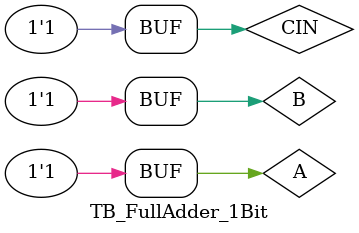
<source format=v>
module TB_FullAdder_1Bit();

reg A,B,CIN;
wire Sum,Carry;

FullAdder_1Bit DUT (.a(A), .b(B), .cin(CIN),
			.sum(Sum), .carry(Carry));
initial
begin
A=0; B=0; CIN =0;
#10 A=0 ; B=0 ; CIN=1 ;
#10 A=0 ; B=1 ; CIN=0 ;
#10 A=0 ; B=1 ; CIN=1 ;
#10 A=1 ; B=0 ; CIN=0 ;
#10 A=1 ; B=0 ; CIN=1 ;
#10 A=1 ; B=1 ; CIN=0 ;
#10 A=1 ; B=1 ; CIN=1 ;
end
endmodule

</source>
